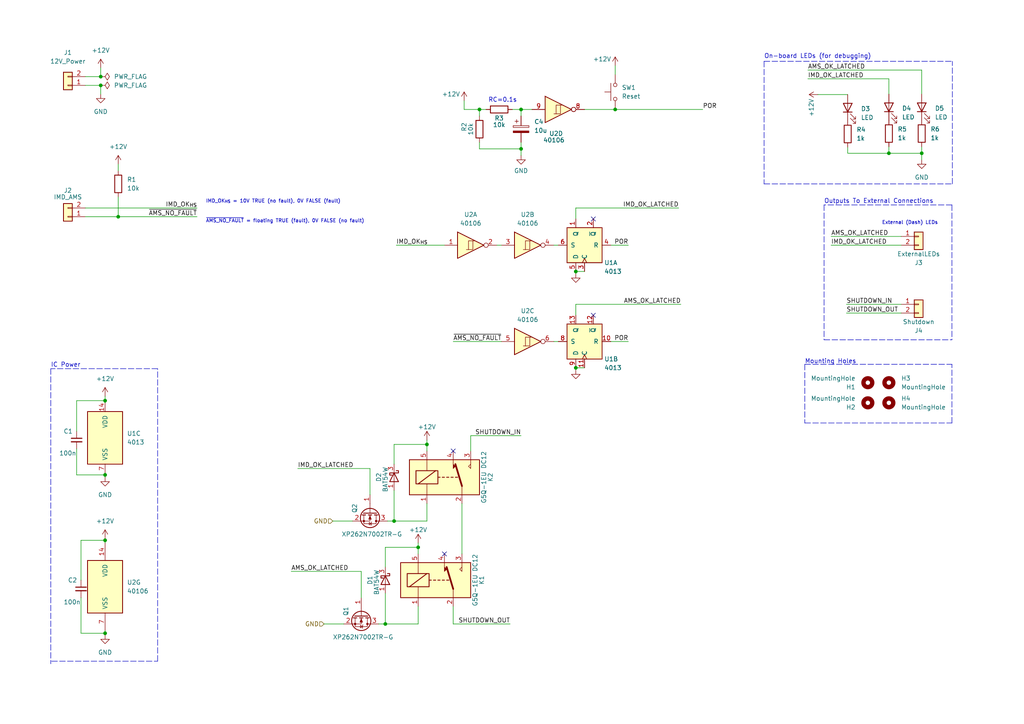
<source format=kicad_sch>
(kicad_sch (version 20211123) (generator eeschema)
  (paper "A4")
  (title_block (title "Fault Latch Circuit"))
  (lib_symbols
    (symbol "4xxx:40106" (pin_names (offset 1.016))
      (property "Reference" "U" (at 0 1.27 0))
      (property "Value" "40106" (at 0 -1.27 0))
      (symbol "40106_1_0"
        (polyline (pts (xy -0.635 -1.27) (xy -0.635 1.27) (xy 0.635 1.27)))
        (polyline (pts (xy -3.81 3.81) (xy -3.81 -3.81) (xy 3.81 0) (xy -3.81 3.81)) (stroke (width 0.254)) (fill (type background)))
        (polyline (pts (xy -1.27 -1.27) (xy 0.635 -1.27) (xy 0.635 1.27) (xy 1.27 1.27)))
        (pin input line (at -7.62 0 0) (length 3.81) (name "~") (number "1"))
        (pin output inverted (at 7.62 0 180) (length 3.81) (name "~") (number "2"))
      )
      (symbol "40106_2_0"
        (polyline (pts (xy -0.635 -1.27) (xy -0.635 1.27) (xy 0.635 1.27)))
        (polyline (pts (xy -3.81 3.81) (xy -3.81 -3.81) (xy 3.81 0) (xy -3.81 3.81)) (stroke (width 0.254)) (fill (type background)))
        (polyline (pts (xy -1.27 -1.27) (xy 0.635 -1.27) (xy 0.635 1.27) (xy 1.27 1.27)))
        (pin input line (at -7.62 0 0) (length 3.81) (name "~") (number "3"))
        (pin output inverted (at 7.62 0 180) (length 3.81) (name "~") (number "4"))
      )
      (symbol "40106_3_0"
        (polyline (pts (xy -0.635 -1.27) (xy -0.635 1.27) (xy 0.635 1.27)))
        (polyline (pts (xy -3.81 3.81) (xy -3.81 -3.81) (xy 3.81 0) (xy -3.81 3.81)) (stroke (width 0.254)) (fill (type background)))
        (polyline (pts (xy -1.27 -1.27) (xy 0.635 -1.27) (xy 0.635 1.27) (xy 1.27 1.27)))
        (pin input line (at -7.62 0 0) (length 3.81) (name "~") (number "5"))
        (pin output inverted (at 7.62 0 180) (length 3.81) (name "~") (number "6"))
      )
      (symbol "40106_4_0"
        (polyline (pts (xy -0.635 -1.27) (xy -0.635 1.27) (xy 0.635 1.27)))
        (polyline (pts (xy -3.81 3.81) (xy -3.81 -3.81) (xy 3.81 0) (xy -3.81 3.81)) (stroke (width 0.254)) (fill (type background)))
        (polyline (pts (xy -1.27 -1.27) (xy 0.635 -1.27) (xy 0.635 1.27) (xy 1.27 1.27)))
        (pin output inverted (at 7.62 0 180) (length 3.81) (name "~") (number "8"))
        (pin input line (at -7.62 0 0) (length 3.81) (name "~") (number "9"))
      )
      (symbol "40106_5_0"
        (polyline (pts (xy -0.635 -1.27) (xy -0.635 1.27) (xy 0.635 1.27)))
        (polyline (pts (xy -3.81 3.81) (xy -3.81 -3.81) (xy 3.81 0) (xy -3.81 3.81)) (stroke (width 0.254)) (fill (type background)))
        (polyline (pts (xy -1.27 -1.27) (xy 0.635 -1.27) (xy 0.635 1.27) (xy 1.27 1.27)))
        (pin output inverted (at 7.62 0 180) (length 3.81) (name "~") (number "10"))
        (pin input line (at -7.62 0 0) (length 3.81) (name "~") (number "11"))
      )
      (symbol "40106_6_0"
        (polyline (pts (xy -0.635 -1.27) (xy -0.635 1.27) (xy 0.635 1.27)))
        (polyline (pts (xy -3.81 3.81) (xy -3.81 -3.81) (xy 3.81 0) (xy -3.81 3.81)) (stroke (width 0.254)) (fill (type background)))
        (polyline (pts (xy -1.27 -1.27) (xy 0.635 -1.27) (xy 0.635 1.27) (xy 1.27 1.27)))
        (pin output inverted (at 7.62 0 180) (length 3.81) (name "~") (number "12"))
        (pin input line (at -7.62 0 0) (length 3.81) (name "~") (number "13"))
      )
      (symbol "40106_7_0"
        (pin power_in line (at 0 12.7 270) (length 5.08) (name "VDD") (number "14"))
        (pin power_in line (at 0 -12.7 90) (length 5.08) (name "VSS") (number "7"))
      )
      (symbol "40106_7_1"
        (rectangle (start -5.08 7.62) (end 5.08 -7.62) (stroke (width 0.254)) (fill (type background)))
      )
    )
    (symbol "4xxx:4013" (pin_names (offset 1.016))
      (property "Reference" "U" (at -7.62 8.89 0))
      (property "Value" "4013" (at -7.62 -8.89 0))
      (symbol "4013_1_1"
        (rectangle (start -5.08 5.08) (end 5.08 -5.08) (stroke (width 0.254)) (fill (type background)))
        (pin output line (at 7.62 2.54 180) (length 2.54) (name "Q") (number "1"))
        (pin output line (at 7.62 -2.54 180) (length 2.54) (name "~{Q}") (number "2"))
        (pin input clock (at -7.62 0 0) (length 2.54) (name "C") (number "3"))
        (pin input line (at 0 -7.62 90) (length 2.54) (name "R") (number "4"))
        (pin input line (at -7.62 2.54 0) (length 2.54) (name "D") (number "5"))
        (pin input line (at 0 7.62 270) (length 2.54) (name "S") (number "6"))
      )
      (symbol "4013_2_1"
        (rectangle (start -5.08 5.08) (end 5.08 -5.08) (stroke (width 0.254)) (fill (type background)))
        (pin input line (at 0 -7.62 90) (length 2.54) (name "R") (number "10"))
        (pin input clock (at -7.62 0 0) (length 2.54) (name "C") (number "11"))
        (pin output line (at 7.62 -2.54 180) (length 2.54) (name "~{Q}") (number "12"))
        (pin output line (at 7.62 2.54 180) (length 2.54) (name "Q") (number "13"))
        (pin input line (at 0 7.62 270) (length 2.54) (name "S") (number "8"))
        (pin input line (at -7.62 2.54 0) (length 2.54) (name "D") (number "9"))
      )
      (symbol "4013_3_0"
        (pin power_in line (at 0 10.16 270) (length 2.54) (name "VDD") (number "14"))
        (pin power_in line (at 0 -10.16 90) (length 2.54) (name "VSS") (number "7"))
      )
      (symbol "4013_3_1"
        (rectangle (start -5.08 7.62) (end 5.08 -7.62) (stroke (width 0.254)) (fill (type background)))
      )
    )
    (symbol "Connector_Generic:Conn_01x02" (pin_names (offset 1.016) hide)
      (property "Reference" "J" (at 0 2.54 0))
      (property "Value" "Conn_01x02" (at 0 -5.08 0))
      (symbol "Conn_01x02_1_1"
        (rectangle (start -1.27 -2.413) (end 0 -2.667) (stroke (width 0.1524)))
        (rectangle (start -1.27 0.127) (end 0 -0.127) (stroke (width 0.1524)))
        (rectangle (start -1.27 1.27) (end 1.27 -3.81) (stroke (width 0.254)) (fill (type background)))
        (pin passive line (at -5.08 0 0) (length 3.81) (name "Pin_1") (number "1"))
        (pin passive line (at -5.08 -2.54 0) (length 3.81) (name "Pin_2") (number "2"))
      )
    )
    (symbol "Device:C_Polarized" (pin_numbers hide) (pin_names (offset 0.254))
      (property "Reference" "C" (at 0.635 2.54 0))
      (property "Value" "C_Polarized" (at 0.635 -2.54 0))
      (symbol "C_Polarized_0_1"
        (rectangle (start -2.286 0.508) (end 2.286 1.016))
        (polyline (pts (xy -1.778 2.286) (xy -0.762 2.286)))
        (polyline (pts (xy -1.27 2.794) (xy -1.27 1.778)))
        (rectangle (start 2.286 -0.508) (end -2.286 -1.016) (fill (type outline)))
      )
      (symbol "C_Polarized_1_1"
        (pin passive line (at 0 3.81 270) (length 2.794) (name "~") (number "1"))
        (pin passive line (at 0 -3.81 90) (length 2.794) (name "~") (number "2"))
      )
    )
    (symbol "Device:C_Small" (pin_numbers hide) (pin_names (offset 0.254) hide)
      (property "Reference" "C" (at 0.254 1.778 0))
      (property "Value" "C_Small" (at 0.254 -2.032 0))
      (symbol "C_Small_0_1"
        (polyline (pts (xy -1.524 -0.508) (xy 1.524 -0.508)) (stroke (width 0.3302)))
        (polyline (pts (xy -1.524 0.508) (xy 1.524 0.508)) (stroke (width 0.3048)))
      )
      (symbol "C_Small_1_1"
        (pin passive line (at 0 2.54 270) (length 2.032) (name "~") (number "1"))
        (pin passive line (at 0 -2.54 90) (length 2.032) (name "~") (number "2"))
      )
    )
    (symbol "Device:LED" (pin_numbers hide) (pin_names (offset 1.016) hide)
      (property "Reference" "D" (at 0 2.54 0))
      (property "Value" "LED" (at 0 -2.54 0))
      (symbol "LED_0_1"
        (polyline (pts (xy -1.27 -1.27) (xy -1.27 1.27)) (stroke (width 0.254)))
        (polyline (pts (xy -1.27 0) (xy 1.27 0)))
        (polyline (pts (xy 1.27 -1.27) (xy 1.27 1.27) (xy -1.27 0) (xy 1.27 -1.27)) (stroke (width 0.254)))
        (polyline (pts (xy -3.048 -0.762) (xy -4.572 -2.286) (xy -3.81 -2.286) (xy -4.572 -2.286) (xy -4.572 -1.524)))
        (polyline (pts (xy -1.778 -0.762) (xy -3.302 -2.286) (xy -2.54 -2.286) (xy -3.302 -2.286) (xy -3.302 -1.524)))
      )
      (symbol "LED_1_1"
        (pin passive line (at -3.81 0 0) (length 2.54) (name "K") (number "1"))
        (pin passive line (at 3.81 0 180) (length 2.54) (name "A") (number "2"))
      )
    )
    (symbol "Device:Q_NMOS_GSD" (pin_names (offset 0) hide)
      (property "Reference" "Q" (at 5.08 1.27 0))
      (property "Value" "Q_NMOS_GSD" (at 5.08 -1.27 0))
      (symbol "Q_NMOS_GSD_0_1"
        (polyline (pts (xy 0.254 0) (xy -2.54 0)))
        (polyline (pts (xy 0.254 1.905) (xy 0.254 -1.905)) (stroke (width 0.254)))
        (polyline (pts (xy 0.762 -1.27) (xy 0.762 -2.286)) (stroke (width 0.254)))
        (polyline (pts (xy 0.762 0.508) (xy 0.762 -0.508)) (stroke (width 0.254)))
        (polyline (pts (xy 0.762 2.286) (xy 0.762 1.27)) (stroke (width 0.254)))
        (polyline (pts (xy 2.54 2.54) (xy 2.54 1.778)))
        (polyline (pts (xy 2.54 -2.54) (xy 2.54 0) (xy 0.762 0)))
        (polyline (pts (xy 0.762 -1.778) (xy 3.302 -1.778) (xy 3.302 1.778) (xy 0.762 1.778)))
        (polyline (pts (xy 1.016 0) (xy 2.032 0.381) (xy 2.032 -0.381) (xy 1.016 0)) (fill (type outline)))
        (polyline (pts (xy 2.794 0.508) (xy 2.921 0.381) (xy 3.683 0.381) (xy 3.81 0.254)))
        (polyline (pts (xy 3.302 0.381) (xy 2.921 -0.254) (xy 3.683 -0.254) (xy 3.302 0.381)))
        (circle (center 1.651 0) (radius 2.794) (stroke (width 0.254)))
        (circle (center 2.54 -1.778) (radius 0.254) (fill (type outline)))
        (circle (center 2.54 1.778) (radius 0.254) (fill (type outline)))
      )
      (symbol "Q_NMOS_GSD_1_1"
        (pin input line (at -5.08 0 0) (length 2.54) (name "G") (number "1"))
        (pin passive line (at 2.54 -5.08 90) (length 2.54) (name "S") (number "2"))
        (pin passive line (at 2.54 5.08 270) (length 2.54) (name "D") (number "3"))
      )
    )
    (symbol "Device:R" (pin_numbers hide) (pin_names (offset 0))
      (property "Reference" "R" (at 2.032 0 90))
      (property "Value" "R" (at 0 0 90))
      (symbol "R_0_1"
        (rectangle (start -1.016 -2.54) (end 1.016 2.54) (stroke (width 0.254)))
      )
      (symbol "R_1_1"
        (pin passive line (at 0 3.81 270) (length 1.27) (name "~") (number "1"))
        (pin passive line (at 0 -3.81 90) (length 1.27) (name "~") (number "2"))
      )
    )
    (symbol "Diode:BAT54W" (pin_names (offset 1.016) hide)
      (property "Reference" "D" (at 0 2.54 0))
      (property "Value" "BAT54W" (at 0 -2.54 0))
      (symbol "BAT54W_0_1"
        (polyline (pts (xy 1.27 0) (xy -1.27 0)))
        (polyline (pts (xy 1.27 1.27) (xy 1.27 -1.27) (xy -1.27 0) (xy 1.27 1.27)) (stroke (width 0.254)))
        (polyline (pts (xy -1.905 0.635) (xy -1.905 1.27) (xy -1.27 1.27) (xy -1.27 -1.27) (xy -0.635 -1.27) (xy -0.635 -0.635)) (stroke (width 0.254)))
      )
      (symbol "BAT54W_1_1"
        (pin passive line (at 3.81 0 180) (length 2.54) (name "A") (number "1"))
        (pin no_connect line (at 0 0 90) (length 2.54) hide (name "NC") (number "2"))
        (pin passive line (at -3.81 0 0) (length 2.54) (name "K") (number "3"))
      )
    )
    (symbol "Mechanical:MountingHole" (pin_names (offset 1.016))
      (property "Reference" "H" (at 0 5.08 0))
      (property "Value" "MountingHole" (at 0 3.175 0))
      (symbol "MountingHole_0_1"
        (circle (center 0 0) (radius 1.27) (stroke (width 1.27)))
      )
    )
    (symbol "Relay:G5Q-1"
      (property "Reference" "K" (at 11.43 3.81 0))
      (property "Value" "G5Q-1" (at 11.43 1.27 0))
      (symbol "G5Q-1_0_0"
        (polyline (pts (xy 7.62 5.08) (xy 7.62 2.54) (xy 6.985 3.175) (xy 7.62 3.81)))
      )
      (symbol "G5Q-1_0_1"
        (rectangle (start -10.16 5.08) (end 10.16 -5.08) (stroke (width 0.254)) (fill (type background)))
        (rectangle (start -8.255 1.905) (end -1.905 -1.905) (stroke (width 0.254)))
        (polyline (pts (xy -7.62 -1.905) (xy -2.54 1.905)) (stroke (width 0.254)))
        (polyline (pts (xy -5.08 -5.08) (xy -5.08 -1.905)))
        (polyline (pts (xy -5.08 5.08) (xy -5.08 1.905)))
        (polyline (pts (xy -1.905 0) (xy -1.27 0)) (stroke (width 0.254)))
        (polyline (pts (xy -0.635 0) (xy 0 0)) (stroke (width 0.254)))
        (polyline (pts (xy 0.635 0) (xy 1.27 0)) (stroke (width 0.254)))
        (polyline (pts (xy 1.905 0) (xy 2.54 0)) (stroke (width 0.254)))
        (polyline (pts (xy 3.175 0) (xy 3.81 0)) (stroke (width 0.254)))
        (polyline (pts (xy 5.08 -2.54) (xy 3.175 3.81)) (stroke (width 0.508)))
        (polyline (pts (xy 5.08 -2.54) (xy 5.08 -5.08)))
        (polyline (pts (xy 2.54 5.08) (xy 2.54 2.54) (xy 3.175 3.175) (xy 2.54 3.81)) (fill (type outline)))
      )
      (symbol "G5Q-1_1_1"
        (pin passive line (at -5.08 -7.62 90) (length 2.54) (name "~") (number "1"))
        (pin passive line (at 5.08 -7.62 90) (length 2.54) (name "~") (number "2"))
        (pin passive line (at 7.62 7.62 270) (length 2.54) (name "~") (number "3"))
        (pin passive line (at 2.54 7.62 270) (length 2.54) (name "~") (number "4"))
        (pin passive line (at -5.08 7.62 270) (length 2.54) (name "~") (number "5"))
      )
    )
    (symbol "Switch:SW_Push" (pin_numbers hide) (pin_names (offset 1.016) hide)
      (property "Reference" "SW" (at 1.27 2.54 0))
      (property "Value" "SW_Push" (at 0 -1.524 0))
      (symbol "SW_Push_0_1"
        (circle (center -2.032 0) (radius 0.508))
        (polyline (pts (xy 0 1.27) (xy 0 3.048)))
        (polyline (pts (xy 2.54 1.27) (xy -2.54 1.27)))
        (circle (center 2.032 0) (radius 0.508))
        (pin passive line (at -5.08 0 0) (length 2.54) (name "1") (number "1"))
        (pin passive line (at 5.08 0 180) (length 2.54) (name "2") (number "2"))
      )
    )
    (symbol "power:+12V" (power) (pin_names (offset 0))
      (property "Value" "+12V" (at 0 3.556 0))
      (symbol "+12V_0_1"
        (polyline (pts (xy -0.762 1.27) (xy 0 2.54)))
        (polyline (pts (xy 0 0) (xy 0 2.54)))
        (polyline (pts (xy 0 2.54) (xy 0.762 1.27)))
      )
      (symbol "+12V_1_1"
        (pin power_in line (at 0 0 90) (length 0) hide (name "+12V") (number "1"))
      )
    )
    (symbol "power:GND" (power) (pin_names (offset 0))
      (property "Value" "GND" (at 0 -3.81 0))
      (symbol "GND_0_1"
        (polyline (pts (xy 0 0) (xy 0 -1.27) (xy 1.27 -1.27) (xy 0 -2.54) (xy -1.27 -1.27) (xy 0 -1.27)))
      )
      (symbol "GND_1_1"
        (pin power_in line (at 0 0 270) (length 0) hide (name "GND") (number "1"))
      )
    )
    (symbol "power:PWR_FLAG" (power) (pin_numbers hide) (pin_names (offset 0) hide)
      (property "Value" "PWR_FLAG" (at 0 3.81 0))
      (symbol "PWR_FLAG_0_0"
        (pin power_out line (at 0 0 90) (length 0) (name "pwr") (number "1"))
      )
      (symbol "PWR_FLAG_0_1"
        (polyline (pts (xy 0 0) (xy 0 1.27) (xy -1.016 1.905) (xy 0 2.54) (xy 1.016 1.905) (xy 0 1.27)))
      )
    )
  )
  (junction (at 151.13 31.75))
  (junction (at 29.21 24.765))
  (junction (at 114.3 151.13))
  (junction (at 167.005 106.68))
  (junction (at 30.48 137.7405))
  (junction (at 257.81 44.45))
  (junction (at 30.48 116.205))
  (junction (at 29.21 22.225))
  (junction (at 123.825 128.905))
  (junction (at 34.29 62.865))
  (junction (at 111.76 180.975))
  (junction (at 178.435 31.75))
  (junction (at 167.005 78.74))
  (junction (at 151.13 43.18))
  (junction (at 30.48 156.7054))
  (junction (at 30.48 183.6685))
  (junction (at 139.065 31.75))
  (junction (at 121.285 158.75))
  (junction (at 267.335 44.45))
  (no_connect (at 172.085 63.5))
  (no_connect (at 131.445 130.81))
  (no_connect (at 128.905 160.655))
  (no_connect (at 172.085 91.44))
  (wire (pts (xy 34.29 62.865) (xy 57.15 62.865)))
  (polyline (pts (xy 276.098 59.436) (xy 239.014 59.436)))
  (wire (pts (xy 267.335 46.355) (xy 267.335 44.45)))
  (wire (pts (xy 22.225 130.175) (xy 22.225 137.7405)))
  (wire (pts (xy 123.825 127.635) (xy 123.825 128.905)))
  (wire (pts (xy 151.13 31.75) (xy 151.13 33.655)))
  (wire (pts (xy 22.225 116.205) (xy 30.48 116.205)))
  (wire (pts (xy 24.765 60.325) (xy 57.15 60.325)))
  (wire (pts (xy 131.445 180.975) (xy 131.445 175.895)))
  (wire (pts (xy 134.62 31.75) (xy 139.065 31.75)))
  (wire (pts (xy 167.005 88.265) (xy 197.485 88.265)))
  (wire (pts (xy 167.005 60.325) (xy 196.85 60.325)))
  (wire (pts (xy 114.3 134.62) (xy 114.3 128.905)))
  (wire (pts (xy 257.81 44.45) (xy 267.335 44.45)))
  (wire (pts (xy 121.285 175.895) (xy 121.285 180.975)))
  (wire (pts (xy 245.872 42.672) (xy 245.872 44.45)))
  (wire (pts (xy 245.491 90.805) (xy 261.366 90.805)))
  (wire (pts (xy 267.335 20.32) (xy 267.335 27.305)))
  (wire (pts (xy 177.165 99.06) (xy 182.245 99.06)))
  (wire (pts (xy 139.065 31.75) (xy 139.065 33.655)))
  (wire (pts (xy 24.765 62.865) (xy 34.29 62.865)))
  (wire (pts (xy 234.315 20.32) (xy 267.335 20.32)))
  (wire (pts (xy 151.13 31.75) (xy 154.305 31.75)))
  (polyline (pts (xy 239.014 98.552) (xy 276.098 98.552)))
  (wire (pts (xy 30.48 114.935) (xy 30.48 116.205)))
  (wire (pts (xy 160.655 71.12) (xy 161.925 71.12)))
  (polyline (pts (xy 14.732 106.934) (xy 14.732 192.532)))
  (wire (pts (xy 23.495 156.7054) (xy 30.48 156.7054)))
  (polyline (pts (xy 221.615 17.78) (xy 276.225 17.78)))
  (wire (pts (xy 167.005 78.74) (xy 169.545 78.74)))
  (wire (pts (xy 241.046 68.58) (xy 261.366 68.58)))
  (wire (pts (xy 245.491 88.265) (xy 261.366 88.265)))
  (wire (pts (xy 104.775 165.735) (xy 104.775 173.355)))
  (wire (pts (xy 234.315 22.86) (xy 257.81 22.86)))
  (wire (pts (xy 167.005 79.375) (xy 167.005 78.74)))
  (wire (pts (xy 34.29 47.625) (xy 34.29 49.53)))
  (wire (pts (xy 136.525 126.365) (xy 151.13 126.365)))
  (wire (pts (xy 102.235 151.13) (xy 96.52 151.13)))
  (wire (pts (xy 111.76 164.465) (xy 111.76 158.75)))
  (wire (pts (xy 107.315 135.89) (xy 107.315 143.51)))
  (polyline (pts (xy 276.225 53.34) (xy 276.225 17.78)))
  (wire (pts (xy 114.3 151.13) (xy 112.395 151.13)))
  (wire (pts (xy 151.13 41.275) (xy 151.13 43.18)))
  (wire (pts (xy 24.765 24.765) (xy 29.21 24.765)))
  (wire (pts (xy 139.065 43.18) (xy 151.13 43.18)))
  (wire (pts (xy 139.065 41.275) (xy 139.065 43.18)))
  (wire (pts (xy 22.225 125.095) (xy 22.225 116.205)))
  (wire (pts (xy 123.825 128.905) (xy 123.825 130.81)))
  (wire (pts (xy 22.225 137.7405) (xy 30.48 137.7405)))
  (polyline (pts (xy 233.426 122.682) (xy 276.098 122.682)))
  (wire (pts (xy 123.825 146.05) (xy 123.825 151.13)))
  (wire (pts (xy 177.165 71.12) (xy 182.245 71.12)))
  (wire (pts (xy 245.872 44.45) (xy 257.81 44.45)))
  (wire (pts (xy 237.236 27.432) (xy 245.872 27.432)))
  (wire (pts (xy 133.985 146.05) (xy 133.985 160.655)))
  (wire (pts (xy 151.13 43.18) (xy 151.13 45.085)))
  (wire (pts (xy 30.48 116.205) (xy 30.48 116.84)))
  (wire (pts (xy 121.285 180.975) (xy 111.76 180.975)))
  (wire (pts (xy 121.285 157.48) (xy 121.285 158.75)))
  (wire (pts (xy 148.59 31.75) (xy 151.13 31.75)))
  (wire (pts (xy 30.48 138.43) (xy 30.48 137.7405)))
  (wire (pts (xy 123.825 151.13) (xy 114.3 151.13)))
  (wire (pts (xy 114.3 128.905) (xy 123.825 128.905)))
  (wire (pts (xy 167.005 107.315) (xy 167.005 106.68)))
  (wire (pts (xy 167.005 91.44) (xy 167.005 88.265)))
  (wire (pts (xy 34.29 57.15) (xy 34.29 62.865)))
  (wire (pts (xy 84.455 165.735) (xy 104.775 165.735)))
  (polyline (pts (xy 233.426 105.664) (xy 276.098 105.664)))
  (polyline (pts (xy 276.098 122.682) (xy 276.098 105.664)))
  (wire (pts (xy 167.005 106.68) (xy 169.545 106.68)))
  (wire (pts (xy 30.48 137.7405) (xy 30.48 137.16)))
  (wire (pts (xy 29.21 24.765) (xy 29.21 27.305)))
  (wire (pts (xy 111.76 172.085) (xy 111.76 180.975)))
  (wire (pts (xy 23.495 168.275) (xy 23.495 156.7054)))
  (polyline (pts (xy 14.986 191.77) (xy 45.72 191.77)))
  (polyline (pts (xy 45.72 191.77) (xy 45.72 106.934)))
  (wire (pts (xy 160.655 99.06) (xy 161.925 99.06)))
  (polyline (pts (xy 45.72 106.934) (xy 14.732 106.934)))
  (wire (pts (xy 111.76 180.975) (xy 109.855 180.975)))
  (wire (pts (xy 241.046 71.12) (xy 261.366 71.12)))
  (wire (pts (xy 144.145 71.12) (xy 145.415 71.12)))
  (wire (pts (xy 257.81 22.86) (xy 257.81 27.305)))
  (polyline (pts (xy 239.014 59.436) (xy 239.014 98.552)))
  (wire (pts (xy 99.695 180.975) (xy 93.98 180.975)))
  (wire (pts (xy 23.495 183.6685) (xy 30.48 183.6685)))
  (wire (pts (xy 134.62 29.21) (xy 134.62 31.75)))
  (wire (pts (xy 23.495 173.355) (xy 23.495 183.6685)))
  (wire (pts (xy 114.3 142.24) (xy 114.3 151.13)))
  (wire (pts (xy 29.21 19.685) (xy 29.21 22.225)))
  (wire (pts (xy 30.48 156.21) (xy 30.48 156.7054)))
  (wire (pts (xy 257.81 44.45) (xy 257.81 42.545)))
  (wire (pts (xy 147.955 180.975) (xy 131.445 180.975)))
  (polyline (pts (xy 276.098 59.436) (xy 276.098 98.552)))
  (polyline (pts (xy 233.426 105.664) (xy 233.426 122.682)))
  (wire (pts (xy 24.765 22.225) (xy 29.21 22.225)))
  (wire (pts (xy 178.435 31.75) (xy 203.835 31.75)))
  (polyline (pts (xy 221.615 53.34) (xy 276.225 53.34)))
  (wire (pts (xy 30.48 156.7054) (xy 30.48 157.48)))
  (wire (pts (xy 169.545 31.75) (xy 178.435 31.75)))
  (wire (pts (xy 131.445 99.06) (xy 145.415 99.06)))
  (wire (pts (xy 114.935 71.12) (xy 128.905 71.12)))
  (wire (pts (xy 139.065 31.75) (xy 140.97 31.75)))
  (wire (pts (xy 86.36 135.89) (xy 107.315 135.89)))
  (wire (pts (xy 30.48 183.6685) (xy 30.48 182.88)))
  (wire (pts (xy 30.48 184.15) (xy 30.48 183.6685)))
  (polyline (pts (xy 221.615 17.78) (xy 221.615 53.34)))
  (wire (pts (xy 111.76 158.75) (xy 121.285 158.75)))
  (wire (pts (xy 136.525 130.81) (xy 136.525 126.365)))
  (wire (pts (xy 267.335 44.45) (xy 267.335 42.545)))
  (wire (pts (xy 167.005 63.5) (xy 167.005 60.325)))
  (wire (pts (xy 178.435 19.05) (xy 178.435 21.59)))
  (wire (pts (xy 121.285 158.75) (xy 121.285 160.655)))
  (text "External (Dash) LEDs" (at 255.778 65.278 0) (effects (font (size 1 1)) (justify left bottom)))
  (text "IMD_OK_{HS} = 10V TRUE (no fault), 0V FALSE (fault)" (at 59.69 59.055 0) (effects (font (size 1 1)) (justify left bottom)))
  (text "On-board LEDs (for debugging)" (at 221.615 17.145 0) (effects (font (size 1.27 1.27)) (justify left bottom)))
  (text "Outputs To External Connections" (at 239.014 59.182 0) (effects (font (size 1.27 1.27)) (justify left bottom)))
  (text "~{AMS_NO_FAULT} = floating TRUE (fault), 0V FALSE (no fault)" (at 59.69 64.77 0) (effects (font (size 1 1)) (justify left bottom)))
  (text "IC Power\n" (at 14.732 106.68 0) (effects (font (size 1.27 1.27)) (justify left bottom)))
  (text "Mounting Holes" (at 233.426 105.664 0) (effects (font (size 1.27 1.27)) (justify left bottom)))
  (text "RC=0.1s" (at 141.605 29.845 0) (effects (font (size 1.27 1.27)) (justify left bottom)))
  (label "AMS_OK_LATCHED" (at 84.455 165.735 0))
  (label "AMS_OK_LATCHED" (at 241.046 68.58 0))
  (label "IMD_OK_{HS}" (at 57.15 60.325 180))
  (label "POR" (at 182.245 99.06 180))
  (label "AMS_OK_LATCHED" (at 197.485 88.265 180))
  (label "POR" (at 203.835 31.75 0))
  (label "~{AMS_NO_FAULT}" (at 57.15 62.865 180))
  (label "IMD_OK_LATCHED" (at 241.046 71.12 0))
  (label "SHUTDOWN_OUT" (at 147.955 180.975 180))
  (label "SHUTDOWN_IN" (at 245.491 88.265 0))
  (label "IMD_OK_{HS}" (at 114.935 71.12 0))
  (label "SHUTDOWN_OUT" (at 245.491 90.805 0))
  (label "IMD_OK_LATCHED" (at 86.36 135.89 0))
  (label "SHUTDOWN_IN" (at 151.13 126.365 180))
  (label "AMS_OK_LATCHED" (at 234.315 20.32 0))
  (label "~{AMS_NO_FAULT}" (at 131.445 99.06 0))
  (label "IMD_OK_LATCHED" (at 234.315 22.86 0))
  (label "POR" (at 182.245 71.12 180))
  (label "IMD_OK_LATCHED" (at 196.85 60.325 180))
  (hierarchical_label "GND" (shape input) (at 93.98 180.975 180))
  (hierarchical_label "GND" (shape input) (at 96.52 151.13 180))
  (symbol (lib_id "Switch:SW_Push") (at 178.435 26.67 90) (unit 1)
    (property "Reference" "SW1" (at 180.34 25.3999 90) (effects (justify right)))
    (property "Value" "Reset" (at 180.34 27.9399 90) (effects (justify right)))
    (property "Footprint" "Connector_Molex:Molex_Micro-Fit_3.0_43650-0200_1x02_P3.00mm_Horizontal" (effects hide))
  )
  (symbol (lib_id "Device:LED") (at 257.81 31.115 90) (unit 1)
    (property "Reference" "D4" (at 261.62 31.4324 90) (effects (justify right)))
    (property "Value" "LED" (at 261.62 33.9724 90) (effects (justify right)))
    (property "Footprint" "LED_SMD:LED_0805_2012Metric_Pad1.15x1.40mm_HandSolder" (effects hide))
  )
  (symbol (lib_id "power:GND") (at 167.005 79.375 0) (unit 1)
    (property "Reference" "#PWR014" (effects hide))
    (property "Value" "GND" (effects hide))
  )
  (symbol (lib_id "power:+12V") (at 121.285 157.48 0) (unit 1)
    (property "Reference" "#PWR010" (effects hide))
    (property "Value" "+12V" (at 121.285 153.67 0))
  )
  (symbol (lib_id "power:GND") (at 30.48 138.43 0) (unit 1)
    (property "Reference" "#PWR04" (effects hide))
    (property "Value" "GND" (at 30.48 143.51 0))
  )
  (symbol (lib_id "Relay:G5Q-1") (at 128.905 138.43 0) (unit 1)
    (property "Reference" "K2" (at 142.24 138.43 90))
    (property "Value" "G5Q-1EU DC12" (at 140.335 138.43 90))
    (property "Footprint" "Relay_THT:Relay_SPDT_Omron-G5Q-1" (effects hide))
    (property "Datasheet" "https://www.omron.com/ecb/products/pdf/en-g5q.pdf" (effects hide))
  )
  (symbol (lib_id "Connector_Generic:Conn_01x02") (at 19.685 24.765 180) (unit 1)
    (property "Reference" "J1" (at 19.685 15.24 0))
    (property "Value" "12V_Power" (at 19.685 17.78 0))
    (property "Footprint" "Connector_Molex:Molex_Micro-Fit_3.0_43650-0200_1x02_P3.00mm_Horizontal" (effects hide))
  )
  (symbol (lib_id "Mechanical:MountingHole") (at 251.714 110.998 180) (unit 1)
    (property "Reference" "H1" (at 248.158 112.2681 0) (effects (justify left)))
    (property "Value" "MountingHole" (at 248.158 109.7281 0) (effects (justify left)))
    (property "Footprint" "MountingHole:MountingHole_2.2mm_M2" (effects hide))
  )
  (symbol (lib_id "Device:Q_NMOS_GSD") (at 107.315 148.59 270) (unit 1)
    (property "Reference" "Q2" (at 102.87 146.05 0) (effects (justify left)))
    (property "Value" "XP262N7002TR-G" (at 99.06 154.94 90) (effects (justify left)))
    (property "Footprint" "Package_TO_SOT_SMD:SOT-23" (effects hide))
  )
  (symbol (lib_id "Diode:BAT54W") (at 114.3 138.43 270) (unit 1)
    (property "Reference" "D2" (at 109.855 138.43 0))
    (property "Value" "BAT54W" (at 111.76 139.065 0))
    (property "Footprint" "Package_TO_SOT_SMD:SOT-323_SC-70" (effects hide))
    (property "Datasheet" "https://assets.nexperia.com/documents/data-sheet/BAT54W_SER.pdf" (effects hide))
  )
  (symbol (lib_id "Device:LED") (at 245.872 31.242 90) (unit 1)
    (property "Reference" "D3" (at 249.682 31.5594 90) (effects (justify right)))
    (property "Value" "LED" (at 249.682 34.0994 90) (effects (justify right)))
    (property "Footprint" "LED_SMD:LED_0805_2012Metric_Pad1.15x1.40mm_HandSolder" (effects hide))
  )
  (symbol (lib_id "power:GND") (at 29.21 27.305 0) (unit 1)
    (property "Reference" "#PWR02" (effects hide))
    (property "Value" "GND" (at 29.21 32.385 0))
  )
  (symbol (lib_id "power:+12V") (at 30.48 114.935 0) (unit 1)
    (property "Reference" "#PWR03" (effects hide))
    (property "Value" "+12V" (at 30.48 109.855 0))
  )
  (symbol (lib_id "Device:R") (at 139.065 37.465 0) (unit 1)
    (property "Reference" "R2" (at 134.62 36.83 90))
    (property "Value" "10k" (at 136.525 37.465 90))
    (property "Footprint" "Resistor_SMD:R_0603_1608Metric_Pad0.98x0.95mm_HandSolder" (effects hide))
  )
  (symbol (lib_id "power:PWR_FLAG") (at 29.21 22.225 270) (unit 1)
    (property "Reference" "#FLG01" (effects hide))
    (property "Value" "PWR_FLAG" (at 33.02 22.2249 90) (effects (justify left)))
  )
  (symbol (lib_id "Connector_Generic:Conn_01x02") (at 266.446 68.58 0) (unit 1)
    (property "Reference" "J3" (at 266.446 76.2 0))
    (property "Value" "ExternalLEDs" (at 266.446 73.66 0))
    (property "Footprint" "Connector_Molex:Molex_Micro-Fit_3.0_43650-0200_1x02_P3.00mm_Horizontal" (effects hide))
  )
  (symbol (lib_id "power:+12V") (at 34.29 47.625 0) (unit 1)
    (property "Reference" "#PWR07" (effects hide))
    (property "Value" "+12V" (at 34.29 42.545 0))
  )
  (symbol (lib_id "Connector_Generic:Conn_01x02") (at 266.446 88.265 0) (unit 1)
    (property "Reference" "J4" (at 266.446 95.885 0))
    (property "Value" "Shutdown" (at 266.446 93.345 0))
    (property "Footprint" "Connector_Molex:Molex_Micro-Fit_3.0_43650-0200_1x02_P3.00mm_Horizontal" (effects hide))
  )
  (symbol (lib_id "power:+12V") (at 178.435 19.05 0) (unit 1)
    (property "Reference" "#PWR016" (effects hide))
    (property "Value" "+12V" (at 174.625 17.145 0))
  )
  (symbol (lib_id "power:GND") (at 151.13 45.085 0) (unit 1)
    (property "Reference" "#PWR013" (effects hide))
    (property "Value" "GND" (at 151.13 49.53 0))
  )
  (symbol (lib_id "4xxx:4013") (at 169.545 99.06 90) (unit 2)
    (property "Reference" "U1" (at 175.26 104.14 90) (effects (justify right)))
    (property "Value" "4013" (at 175.26 106.68 90) (effects (justify right)))
    (property "Footprint" "Package_SO:SOIC-14_3.9x8.7mm_P1.27mm" (effects hide))
    (property "Datasheet" "http://www.onsemi.com/pub/Collateral/MC14013B-D.PDF" (effects hide))
  )
  (symbol (lib_id "power:+12V") (at 29.21 19.685 0) (unit 1)
    (property "Reference" "#PWR01" (effects hide))
    (property "Value" "+12V" (at 29.21 14.605 0))
  )
  (symbol (lib_id "4xxx:40106") (at 136.525 71.12 0) (unit 1)
    (property "Reference" "U2" (at 136.525 62.23 0))
    (property "Value" "40106" (at 136.525 64.77 0))
    (property "Footprint" "Package_SO:SOIC-14_3.9x8.7mm_P1.27mm" (effects hide))
    (property "Datasheet" "https://assets.nexperia.com/documents/data-sheet/HEF40106B.pdf" (effects hide))
  )
  (symbol (lib_id "Device:R") (at 257.81 38.735 0) (unit 1)
    (property "Reference" "R5" (at 260.35 37.4649 0) (effects (justify left)))
    (property "Value" "1k" (at 260.35 40.0049 0) (effects (justify left)))
    (property "Footprint" "Resistor_SMD:R_0603_1608Metric_Pad0.98x0.95mm_HandSolder" (effects hide))
  )
  (symbol (lib_id "Device:R") (at 144.78 31.75 270) (unit 1)
    (property "Reference" "R3" (at 144.78 34.29 90))
    (property "Value" "10k" (at 144.78 36.195 90))
    (property "Footprint" "Resistor_SMD:R_0603_1608Metric_Pad0.98x0.95mm_HandSolder" (effects hide))
  )
  (symbol (lib_id "4xxx:40106") (at 30.48 170.18 0) (unit 7)
    (property "Reference" "U2" (at 36.83 168.9099 0) (effects (justify left)))
    (property "Value" "40106" (at 36.83 171.4499 0) (effects (justify left)))
    (property "Footprint" "Package_SO:SOIC-14_3.9x8.7mm_P1.27mm" (effects hide))
    (property "Datasheet" "https://assets.nexperia.com/documents/data-sheet/HEF40106B.pdf" (effects hide))
  )
  (symbol (lib_id "power:+12V") (at 237.236 27.432 90) (unit 1)
    (property "Reference" "#PWR017" (effects hide))
    (property "Value" "+12V" (at 235.331 31.242 0))
  )
  (symbol (lib_id "Device:Q_NMOS_GSD") (at 104.775 178.435 270) (unit 1)
    (property "Reference" "Q1" (at 100.33 175.895 0) (effects (justify left)))
    (property "Value" "XP262N7002TR-G" (at 96.52 184.785 90) (effects (justify left)))
    (property "Footprint" "Package_TO_SOT_SMD:SOT-23" (effects hide))
  )
  (symbol (lib_id "Device:R") (at 267.335 38.735 0) (unit 1)
    (property "Reference" "R6" (at 269.875 37.4649 0) (effects (justify left)))
    (property "Value" "1k" (at 269.875 40.0049 0) (effects (justify left)))
    (property "Footprint" "Resistor_SMD:R_0603_1608Metric_Pad0.98x0.95mm_HandSolder" (effects hide))
  )
  (symbol (lib_id "Device:C_Polarized") (at 151.13 37.465 0) (unit 1)
    (property "Reference" "C4" (at 154.94 35.3059 0) (effects (justify left)))
    (property "Value" "10u" (at 154.94 37.8459 0) (effects (justify left)))
    (property "Footprint" "Capacitor_THT:CP_Radial_D5.0mm_P2.00mm" (effects hide))
  )
  (symbol (lib_id "power:GND") (at 30.48 184.15 0) (unit 1)
    (property "Reference" "#PWR06" (effects hide))
    (property "Value" "GND" (at 30.48 189.23 0))
  )
  (symbol (lib_id "Mechanical:MountingHole") (at 257.81 116.84 0) (unit 1)
    (property "Reference" "H4" (at 261.366 115.5699 0) (effects (justify left)))
    (property "Value" "MountingHole" (at 261.366 118.1099 0) (effects (justify left)))
    (property "Footprint" "MountingHole:MountingHole_2.2mm_M2" (effects hide))
  )
  (symbol (lib_id "Mechanical:MountingHole") (at 251.714 116.84 180) (unit 1)
    (property "Reference" "H2" (at 248.158 118.1101 0) (effects (justify left)))
    (property "Value" "MountingHole" (at 248.158 115.5701 0) (effects (justify left)))
    (property "Footprint" "MountingHole:MountingHole_2.2mm_M2" (effects hide))
  )
  (symbol (lib_id "Relay:G5Q-1") (at 126.365 168.275 0) (unit 1)
    (property "Reference" "K1" (at 139.7 168.275 90))
    (property "Value" "G5Q-1EU DC12" (at 137.795 168.275 90))
    (property "Footprint" "Relay_THT:Relay_SPDT_Omron-G5Q-1" (effects hide))
    (property "Datasheet" "https://www.omron.com/ecb/products/pdf/en-g5q.pdf" (effects hide))
  )
  (symbol (lib_id "power:+12V") (at 30.48 156.21 0) (unit 1)
    (property "Reference" "#PWR05" (effects hide))
    (property "Value" "+12V" (at 30.48 151.13 0))
  )
  (symbol (lib_id "power:PWR_FLAG") (at 29.21 24.765 270) (unit 1)
    (property "Reference" "#FLG02" (effects hide))
    (property "Value" "PWR_FLAG" (at 33.02 24.7649 90) (effects (justify left)))
  )
  (symbol (lib_id "Diode:BAT54W") (at 111.76 168.275 270) (unit 1)
    (property "Reference" "D1" (at 107.315 168.275 0))
    (property "Value" "BAT54W" (at 109.22 168.91 0))
    (property "Footprint" "Package_TO_SOT_SMD:SOT-323_SC-70" (effects hide))
    (property "Datasheet" "https://assets.nexperia.com/documents/data-sheet/BAT54W_SER.pdf" (effects hide))
  )
  (symbol (lib_id "Device:LED") (at 267.335 31.115 90) (unit 1)
    (property "Reference" "D5" (at 271.145 31.4324 90) (effects (justify right)))
    (property "Value" "LED" (at 271.145 33.9724 90) (effects (justify right)))
    (property "Footprint" "LED_SMD:LED_0805_2012Metric_Pad1.15x1.40mm_HandSolder" (effects hide))
  )
  (symbol (lib_id "Device:R") (at 34.29 53.34 0) (unit 1)
    (property "Reference" "R1" (at 36.83 52.0699 0) (effects (justify left)))
    (property "Value" "10k" (at 36.83 54.6099 0) (effects (justify left)))
    (property "Footprint" "Resistor_SMD:R_0603_1608Metric_Pad0.98x0.95mm_HandSolder" (effects hide))
  )
  (symbol (lib_id "4xxx:4013") (at 30.48 127 0) (unit 3)
    (property "Reference" "U1" (at 36.83 125.7299 0) (effects (justify left)))
    (property "Value" "4013" (at 36.83 128.2699 0) (effects (justify left)))
    (property "Footprint" "Package_SO:SOIC-14_3.9x8.7mm_P1.27mm" (effects hide))
    (property "Datasheet" "http://www.onsemi.com/pub/Collateral/MC14013B-D.PDF" (effects hide))
  )
  (symbol (lib_id "power:+12V") (at 134.62 29.21 0) (unit 1)
    (property "Reference" "#PWR012" (effects hide))
    (property "Value" "+12V" (at 130.81 27.305 0))
  )
  (symbol (lib_id "4xxx:40106") (at 161.925 31.75 0) (unit 4)
    (property "Reference" "U2" (at 161.29 38.735 0))
    (property "Value" "40106" (at 160.655 40.64 0))
    (property "Footprint" "Package_SO:SOIC-14_3.9x8.7mm_P1.27mm" (effects hide))
    (property "Datasheet" "https://assets.nexperia.com/documents/data-sheet/HEF40106B.pdf" (effects hide))
  )
  (symbol (lib_id "Connector_Generic:Conn_01x02") (at 19.685 62.865 180) (unit 1)
    (property "Reference" "J2" (at 19.685 55.245 0))
    (property "Value" "IMD_AMS" (at 19.685 57.15 0))
    (property "Footprint" "Connector_Molex:Molex_Micro-Fit_3.0_43650-0200_1x02_P3.00mm_Horizontal" (effects hide))
  )
  (symbol (lib_id "4xxx:4013") (at 169.545 71.12 90) (unit 1)
    (property "Reference" "U1" (at 175.26 76.2 90) (effects (justify right)))
    (property "Value" "4013" (at 175.26 78.74 90) (effects (justify right)))
    (property "Footprint" "Package_SO:SOIC-14_3.9x8.7mm_P1.27mm" (effects hide))
    (property "Datasheet" "http://www.onsemi.com/pub/Collateral/MC14013B-D.PDF" (effects hide))
  )
  (symbol (lib_id "power:+12V") (at 123.825 127.635 0) (unit 1)
    (property "Reference" "#PWR011" (effects hide))
    (property "Value" "+12V" (at 123.825 123.825 0))
  )
  (symbol (lib_id "power:GND") (at 267.335 46.355 0) (unit 1)
    (property "Reference" "#PWR018" (effects hide))
    (property "Value" "GND" (at 267.335 51.435 0))
  )
  (symbol (lib_id "4xxx:40106") (at 153.035 99.06 0) (unit 3)
    (property "Reference" "U2" (at 153.035 90.17 0))
    (property "Value" "40106" (at 153.035 92.71 0))
    (property "Footprint" "Package_SO:SOIC-14_3.9x8.7mm_P1.27mm" (effects hide))
    (property "Datasheet" "https://assets.nexperia.com/documents/data-sheet/HEF40106B.pdf" (effects hide))
  )
  (symbol (lib_id "Mechanical:MountingHole") (at 257.81 110.998 0) (unit 1)
    (property "Reference" "H3" (at 261.366 109.7279 0) (effects (justify left)))
    (property "Value" "MountingHole" (at 261.366 112.2679 0) (effects (justify left)))
    (property "Footprint" "MountingHole:MountingHole_2.2mm_M2" (effects hide))
  )
  (symbol (lib_id "power:GND") (at 167.005 107.315 0) (unit 1)
    (property "Reference" "#PWR015" (effects hide))
    (property "Value" "GND" (effects hide))
  )
  (symbol (lib_id "Device:R") (at 245.872 38.862 0) (unit 1)
    (property "Reference" "R4" (at 248.412 37.5919 0) (effects (justify left)))
    (property "Value" "1k" (at 248.412 40.1319 0) (effects (justify left)))
    (property "Footprint" "Resistor_SMD:R_0603_1608Metric_Pad0.98x0.95mm_HandSolder" (effects hide))
  )
  (symbol (lib_id "Device:C_Small") (at 22.225 127.635 0) (unit 1)
    (property "Reference" "C1" (at 18.415 125.095 0) (effects (justify left)))
    (property "Value" "100n" (at 17.145 131.445 0) (effects (justify left)))
    (property "Footprint" "Capacitor_SMD:C_0603_1608Metric_Pad1.08x0.95mm_HandSolder" (effects hide))
  )
  (symbol (lib_id "4xxx:40106") (at 153.035 71.12 0) (unit 2)
    (property "Reference" "U2" (at 153.035 62.23 0))
    (property "Value" "40106" (at 153.035 64.77 0))
    (property "Footprint" "Package_SO:SOIC-14_3.9x8.7mm_P1.27mm" (effects hide))
    (property "Datasheet" "https://assets.nexperia.com/documents/data-sheet/HEF40106B.pdf" (effects hide))
  )
  (symbol (lib_id "Device:C_Small") (at 23.495 170.815 0) (unit 1)
    (property "Reference" "C2" (at 19.685 168.275 0) (effects (justify left)))
    (property "Value" "100n" (at 18.415 174.625 0) (effects (justify left)))
    (property "Footprint" "Capacitor_SMD:C_0603_1608Metric_Pad1.08x0.95mm_HandSolder" (effects hide))
  )
)
</source>
